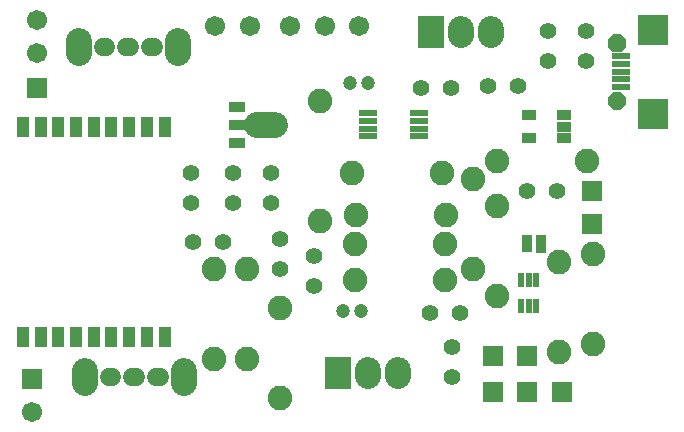
<source format=gts>
G04 Layer: TopSolderMaskLayer*
G04 EasyEDA v5.9.42, Mon, 01 Apr 2019 20:05:28 GMT*
G04 e7f0afa64d6d408caf880ab9bb1ba352*
G04 Gerber Generator version 0.2*
G04 Scale: 100 percent, Rotated: No, Reflected: No *
G04 Dimensions in millimeters *
G04 leading zeros omitted , absolute positions ,3 integer and 3 decimal *
%FSLAX33Y33*%
%MOMM*%
G90*
G71D02*

%ADD41C,2.203196*%
%ADD42C,1.503172*%
%ADD43C,1.397000*%
%ADD44C,2.082800*%
%ADD45R,1.551940X0.603199*%
%ADD46C,1.203198*%
%ADD47R,2.203196X2.703195*%
%ADD48R,0.953211X0.483210*%
%ADD49C,1.701800*%
%ADD50R,1.701800X1.701800*%
%ADD51R,1.263193X0.853211*%
%ADD52R,0.623189X1.203198*%
%ADD53R,2.108200X0.903199*%
%ADD54R,1.397000X0.853211*%
%ADD55R,1.102360X1.689100*%
%ADD56R,1.553210X0.603250*%
%ADD57R,2.603246X2.603246*%

%LPD*%
G54D41*
G01X32766Y5329D02*
G01X32766Y4829D01*
G01X30226Y5329D02*
G01X30226Y4829D01*
G01X40640Y34157D02*
G01X40640Y33660D01*
G01X38100Y34157D02*
G01X38100Y33660D01*
G01X20804Y26035D02*
G01X22304Y26035D01*
G54D42*
G01X8564Y4699D02*
G01X8262Y4699D01*
G01X12562Y4699D02*
G01X12263Y4699D01*
G01X10563Y4699D02*
G01X10264Y4699D01*
G54D41*
G01X14615Y5199D02*
G01X14615Y4198D01*
G01X6212Y5199D02*
G01X6212Y4198D01*
G54D42*
G01X11755Y32639D02*
G01X12054Y32639D01*
G01X7757Y32639D02*
G01X8056Y32639D01*
G01X9756Y32639D02*
G01X10055Y32639D01*
G54D41*
G01X5704Y32138D02*
G01X5704Y33139D01*
G01X14107Y32138D02*
G01X14107Y33139D01*
G54D43*
G01X45466Y31496D03*
G01X45466Y34036D03*
G54D44*
G01X41148Y19177D03*
G01X41148Y11557D03*
G54D43*
G01X48641Y31496D03*
G01X48641Y34036D03*
G54D45*
G01X34531Y25085D03*
G01X30228Y25085D03*
G01X34532Y25736D03*
G01X30231Y25736D03*
G01X34531Y26385D03*
G01X30228Y26385D03*
G01X34532Y27035D03*
G01X30232Y27037D03*
G54D44*
G01X26162Y28067D03*
G01X26162Y17907D03*
G54D46*
G01X30214Y29591D03*
G01X28713Y29591D03*
G54D44*
G01X29083Y16002D03*
G01X36703Y16002D03*
G01X36703Y12954D03*
G01X29083Y12954D03*
G01X28829Y21971D03*
G01X36449Y21971D03*
G01X36830Y18415D03*
G01X29210Y18415D03*
G54D46*
G01X28078Y10287D03*
G01X29579Y10287D03*
G54D43*
G01X15240Y19431D03*
G01X15240Y21971D03*
G01X18796Y21971D03*
G01X18796Y19431D03*
G01X21971Y19431D03*
G01X21971Y21971D03*
G01X17907Y16129D03*
G01X15367Y16129D03*
G54D44*
G01X22733Y10541D03*
G01X22733Y2921D03*
G54D43*
G01X22733Y16383D03*
G01X22733Y13843D03*
G54D44*
G01X19939Y13843D03*
G01X19939Y6223D03*
G01X17145Y6223D03*
G01X17145Y13843D03*
G54D47*
G01X27686Y5080D03*
G54D43*
G01X37338Y7239D03*
G01X37338Y4699D03*
G54D44*
G01X39116Y21463D03*
G01X39116Y13843D03*
G54D43*
G01X37973Y10160D03*
G01X35433Y10160D03*
G54D47*
G01X35560Y33909D03*
G54D43*
G01X40386Y29337D03*
G01X42926Y29337D03*
G01X37211Y29210D03*
G01X34671Y29210D03*
G54D44*
G01X41148Y22987D03*
G01X48768Y22987D03*
G54D48*
G01X43688Y16510D03*
G01X43693Y16009D03*
G01X43699Y15511D03*
G01X44836Y16507D03*
G01X44842Y16012D03*
G01X44847Y15506D03*
G54D43*
G01X43688Y20447D03*
G01X46228Y20447D03*
G54D44*
G01X49276Y7493D03*
G01X49276Y15113D03*
G01X46355Y14478D03*
G01X46355Y6858D03*
G54D49*
G01X23622Y34417D03*
G01X26543Y34417D03*
G01X17272Y34417D03*
G01X2159Y32131D03*
G01X2159Y34925D03*
G01X20193Y34417D03*
G01X29464Y34417D03*
G01X1778Y1778D03*
G54D50*
G01X49149Y20447D03*
G01X49149Y17653D03*
G01X40767Y6477D03*
G01X43688Y6477D03*
G01X1778Y4572D03*
G01X2159Y29210D03*
G54D51*
G01X46840Y24958D03*
G01X46840Y25908D03*
G01X46840Y26857D03*
G01X43840Y26857D03*
G01X43840Y24958D03*
G54D43*
G01X25654Y12446D03*
G01X25654Y14986D03*
G54D52*
G01X44465Y10706D03*
G01X43815Y10706D03*
G01X43164Y10706D03*
G01X43164Y12915D03*
G01X43815Y12915D03*
G01X44465Y12915D03*
G54D53*
G01X19436Y26035D03*
G54D54*
G01X19085Y27559D03*
G01X19085Y24511D03*
G54D50*
G01X46609Y3429D03*
G01X40767Y3429D03*
G01X43688Y3429D03*
G54D55*
G01X977Y8126D03*
G01X2476Y8126D03*
G01X3975Y8126D03*
G01X5473Y8126D03*
G01X6972Y8126D03*
G01X8470Y8126D03*
G01X9969Y8126D03*
G01X11468Y8126D03*
G01X12992Y8126D03*
G01X12992Y25906D03*
G01X11468Y25906D03*
G01X9969Y25906D03*
G01X8470Y25906D03*
G01X6972Y25906D03*
G01X5473Y25906D03*
G01X3975Y25906D03*
G01X2476Y25906D03*
G01X977Y25906D03*
G54D56*
G01X51625Y29260D03*
G01X51625Y29911D03*
G01X51625Y30561D03*
G01X51625Y31211D03*
G01X51625Y31860D03*
G36*
G01X50987Y27353D02*
G01X50540Y27795D01*
G01X50540Y28427D01*
G01X50987Y28869D01*
G01X51615Y28869D01*
G01X52057Y28427D01*
G01X52057Y27795D01*
G01X51615Y27353D01*
G01X50987Y27353D01*
G37*
G36*
G01X50987Y32252D02*
G01X50540Y32694D01*
G01X50540Y33327D01*
G01X50987Y33769D01*
G01X51615Y33769D01*
G01X52057Y33327D01*
G01X52057Y32694D01*
G01X51615Y32252D01*
G01X50987Y32252D01*
G37*
G54D57*
G01X54300Y27004D03*
G01X54300Y34116D03*
M00*
M02*

</source>
